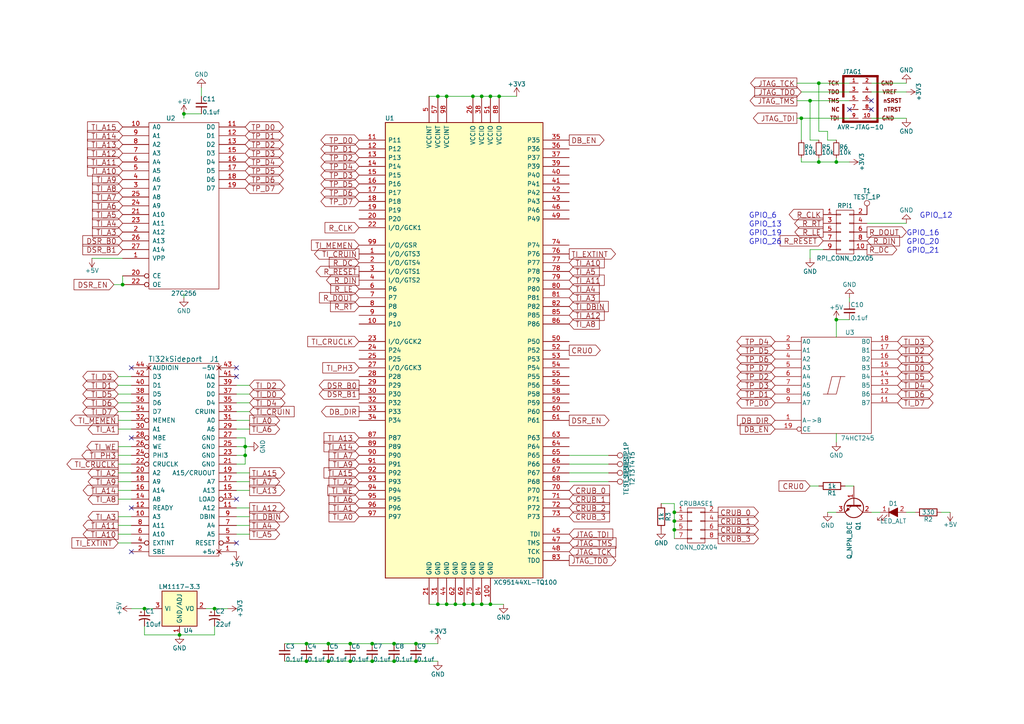
<source format=kicad_sch>
(kicad_sch (version 20231120) (generator "eeschema") (generator_version "8.0")
  (paper "A4")
  (title_block (title "TIPI - TI-99/4A to RPi internal adapter") (date "2024-04-11") (rev "1") (company "Alessio Iodice") (comment 1 "original ElectricLab & Jedimatt42") (comment 2 "layout Alessio Iodice"))
  (lib_symbols
    (symbol "ti32ksideport:TI32kSideport" (pin_names (offset 1.016))
      (property "Reference" "U" (at 8.89 29.21 0))
      (property "Value" "TI32kSideport" (at -2.54 29.21 0))
      (symbol "TI32kSideport_1_1"
        (pin power_out non_logic (at 15.24 -26.67 180) (length 5.08) (name "+5v") (number "1"))
        (pin output line (at -15.24 -16.51 0) (length 5.08) (name "A3") (number "10"))
        (pin output line (at 15.24 -13.97 180) (length 5.08) (name "A12") (number "11"))
        (pin input line (at -15.24 -13.97 0) (length 5.08) (name "READY") (number "12"))
        (pin input inverted (at 15.24 -11.43 180) (length 5.08) (name "LOAD") (number "13"))
        (pin output line (at -15.24 -11.43 0) (length 5.08) (name "A8") (number "14"))
        (pin output line (at 15.24 -8.89 180) (length 5.08) (name "A13") (number "15"))
        (pin output line (at -15.24 -8.89 0) (length 5.08) (name "A14") (number "16"))
        (pin output line (at 15.24 -6.35 180) (length 5.08) (name "A7") (number "17"))
        (pin output line (at -15.24 -6.35 0) (length 5.08) (name "A9") (number "18"))
        (pin output line (at 15.24 -3.81 180) (length 5.08) (name "A15/CRUOUT") (number "19"))
        (pin output line (at -15.24 -26.67 0) (length 5.08) (name "SBE") (number "2"))
        (pin output line (at -15.24 -3.81 0) (length 5.08) (name "A2") (number "20"))
        (pin passive line (at 15.24 -1.27 180) (length 5.08) (name "GND") (number "21"))
        (pin output inverted (at -15.24 -1.27 0) (length 5.08) (name "CRUCLK") (number "22"))
        (pin passive line (at 15.24 1.27 180) (length 5.08) (name "GND") (number "23"))
        (pin output inverted (at -15.24 1.27 0) (length 5.08) (name "PHI3") (number "24"))
        (pin passive line (at 15.24 3.81 180) (length 5.08) (name "GND") (number "25"))
        (pin output inverted (at -15.24 3.81 0) (length 5.08) (name "WE") (number "26"))
        (pin passive line (at 15.24 6.35 180) (length 5.08) (name "GND") (number "27"))
        (pin output inverted (at -15.24 6.35 0) (length 5.08) (name "MBE") (number "28"))
        (pin output line (at 15.24 8.89 180) (length 5.08) (name "A6") (number "29"))
        (pin output inverted (at 15.24 -24.13 180) (length 5.08) (name "RESET") (number "3"))
        (pin output line (at -15.24 8.89 0) (length 5.08) (name "A1") (number "30"))
        (pin output line (at 15.24 11.43 180) (length 5.08) (name "A0") (number "31"))
        (pin output inverted (at -15.24 11.43 0) (length 5.08) (name "MEMEN") (number "32"))
        (pin input line (at 15.24 13.97 180) (length 5.08) (name "CRUIN") (number "33"))
        (pin bidirectional line (at -15.24 13.97 0) (length 5.08) (name "D7") (number "34"))
        (pin bidirectional line (at 15.24 16.51 180) (length 5.08) (name "D4") (number "35"))
        (pin bidirectional line (at -15.24 16.51 0) (length 5.08) (name "D6") (number "36"))
        (pin bidirectional line (at 15.24 19.05 180) (length 5.08) (name "D0") (number "37"))
        (pin bidirectional line (at -15.24 19.05 0) (length 5.08) (name "D5") (number "38"))
        (pin bidirectional line (at 15.24 21.59 180) (length 5.08) (name "D2") (number "39"))
        (pin input inverted (at -15.24 -24.13 0) (length 5.08) (name "EXTINT") (number "4"))
        (pin bidirectional line (at -15.24 21.59 0) (length 5.08) (name "D1") (number "40"))
        (pin output line (at 15.24 24.13 180) (length 5.08) (name "IAQ") (number "41"))
        (pin bidirectional line (at -15.24 24.13 0) (length 5.08) (name "D3") (number "42"))
        (pin power_out non_logic (at 15.24 26.67 180) (length 5.08) (name "-5V") (number "43"))
        (pin input non_logic (at -15.24 26.67 0) (length 5.08) (name "AUDIOIN") (number "44"))
        (pin output line (at 15.24 -21.59 180) (length 5.08) (name "A5") (number "5"))
        (pin output line (at -15.24 -21.59 0) (length 5.08) (name "A10") (number "6"))
        (pin output line (at 15.24 -19.05 180) (length 5.08) (name "A4") (number "7"))
        (pin output line (at -15.24 -19.05 0) (length 5.08) (name "A11") (number "8"))
        (pin output line (at 15.24 -16.51 180) (length 5.08) (name "DBIN") (number "9"))
      )
    )
    (symbol "tipi-rescue:+3.3V-power" (power) (pin_names (offset 0))
      (property "Value" "power_+3.3V" (at 0 3.556 0))
      (symbol "+3.3V-power_1_1"
        (pin power_in line (at 0 0 90) (length 0) hide (name "+3V3") (number "1"))
      )
    )
    (symbol "tipi-rescue:+5V-power" (power) (pin_names (offset 0))
      (property "Value" "power_+5V" (at 0 3.556 0))
      (symbol "+5V-power_1_1"
        (pin power_in line (at 0 0 90) (length 0) hide (name "+5V") (number "1"))
      )
    )
    (symbol "tipi-rescue:27C256" (pin_names (offset 1.016))
      (property "Reference" "U" (at -3.81 25.4 0))
      (property "Value" "27C256" (at 0 -25.4 0))
      (symbol "27C256_0_0"
        (pin power_in line (at 0 -25.4 90) (length 1.27) hide (name "GND") (number "14"))
        (pin power_in line (at 0 25.4 270) (length 1.27) hide (name "VCC") (number "28"))
      )
      (symbol "27C256_1_1"
        (pin input line (at -17.78 -15.24 0) (length 7.62) (name "VPP") (number "1"))
        (pin input line (at -17.78 22.86 0) (length 7.62) (name "A0") (number "10"))
        (pin tri_state line (at 17.78 22.86 180) (length 7.62) (name "D0") (number "11"))
        (pin tri_state line (at 17.78 20.32 180) (length 7.62) (name "D1") (number "12"))
        (pin tri_state line (at 17.78 17.78 180) (length 7.62) (name "D2") (number "13"))
        (pin tri_state line (at 17.78 15.24 180) (length 7.62) (name "D3") (number "15"))
        (pin tri_state line (at 17.78 12.7 180) (length 7.62) (name "D4") (number "16"))
        (pin tri_state line (at 17.78 10.16 180) (length 7.62) (name "D5") (number "17"))
        (pin tri_state line (at 17.78 7.62 180) (length 7.62) (name "D6") (number "18"))
        (pin tri_state line (at 17.78 5.08 180) (length 7.62) (name "D7") (number "19"))
        (pin input line (at -17.78 -7.62 0) (length 7.62) (name "A12") (number "2"))
        (pin input inverted (at -17.78 -20.32 0) (length 7.62) (name "CE") (number "20"))
        (pin input line (at -17.78 -2.54 0) (length 7.62) (name "A10") (number "21"))
        (pin input inverted (at -17.78 -22.86 0) (length 7.62) (name "OE") (number "22"))
        (pin input line (at -17.78 -5.08 0) (length 7.62) (name "A11") (number "23"))
        (pin input line (at -17.78 0 0) (length 7.62) (name "A9") (number "24"))
        (pin input line (at -17.78 2.54 0) (length 7.62) (name "A8") (number "25"))
        (pin input line (at -17.78 -10.16 0) (length 7.62) (name "A13") (number "26"))
        (pin input line (at -17.78 -12.7 0) (length 7.62) (name "A14") (number "27"))
        (pin input line (at -17.78 5.08 0) (length 7.62) (name "A7") (number "3"))
        (pin input line (at -17.78 7.62 0) (length 7.62) (name "A6") (number "4"))
        (pin input line (at -17.78 10.16 0) (length 7.62) (name "A5") (number "5"))
        (pin input line (at -17.78 12.7 0) (length 7.62) (name "A4") (number "6"))
        (pin input line (at -17.78 15.24 0) (length 7.62) (name "A3") (number "7"))
        (pin input line (at -17.78 17.78 0) (length 7.62) (name "A2") (number "8"))
        (pin input line (at -17.78 20.32 0) (length 7.62) (name "A1") (number "9"))
      )
    )
    (symbol "tipi-rescue:74LS245" (pin_names (offset 0.254))
      (property "Reference" "U" (at 2.54 14.605 0))
      (property "Value" "74LS245" (at 1.27 -14.605 0))
      (symbol "74LS245_0_0"
        (pin power_in line (at 0 -13.97 90) (length 0) hide (name "GND") (number "10"))
        (pin power_in line (at 0 13.97 270) (length 0) hide (name "VCC") (number "20"))
      )
      (symbol "74LS245_1_1"
        (pin input line (at -17.78 -10.16 0) (length 7.62) (name "A->B") (number "1"))
        (pin tri_state line (at 17.78 -5.08 180) (length 7.62) (name "B7") (number "11"))
        (pin tri_state line (at 17.78 -2.54 180) (length 7.62) (name "B6") (number "12"))
        (pin tri_state line (at 17.78 0 180) (length 7.62) (name "B5") (number "13"))
        (pin tri_state line (at 17.78 2.54 180) (length 7.62) (name "B4") (number "14"))
        (pin tri_state line (at 17.78 5.08 180) (length 7.62) (name "B3") (number "15"))
        (pin tri_state line (at 17.78 7.62 180) (length 7.62) (name "B2") (number "16"))
        (pin tri_state line (at 17.78 10.16 180) (length 7.62) (name "B1") (number "17"))
        (pin tri_state line (at 17.78 12.7 180) (length 7.62) (name "B0") (number "18"))
        (pin input inverted (at -17.78 -12.7 0) (length 7.62) (name "CE") (number "19"))
        (pin tri_state line (at -17.78 12.7 0) (length 7.62) (name "A0") (number "2"))
        (pin tri_state line (at -17.78 10.16 0) (length 7.62) (name "A1") (number "3"))
        (pin tri_state line (at -17.78 7.62 0) (length 7.62) (name "A2") (number "4"))
        (pin tri_state line (at -17.78 5.08 0) (length 7.62) (name "A3") (number "5"))
        (pin tri_state line (at -17.78 2.54 0) (length 7.62) (name "A4") (number "6"))
        (pin tri_state line (at -17.78 0 0) (length 7.62) (name "A5") (number "7"))
        (pin tri_state line (at -17.78 -2.54 0) (length 7.62) (name "A6") (number "8"))
        (pin tri_state line (at -17.78 -5.08 0) (length 7.62) (name "A7") (number "9"))
      )
    )
    (symbol "tipi-rescue:AVR-JTAG-10" (pin_names (offset 1.016))
      (property "Reference" "CON" (at -4.318 8.382 0))
      (property "Value" "AVR-JTAG-10" (at -8.636 -8.382 0))
      (symbol "AVR-JTAG-10_0_0"
        (text "GND" (at 5.842 5.08 0) (effects (font (size 1.143 1.143) (bold yes))))
        (text "NC" (at -9.144 -2.54 0) (effects (font (size 1.143 1.143) (bold yes))))
      )
      (symbol "AVR-JTAG-10_1_0"
        (text "GND" (at 6.096 -5.08 0) (effects (font (size 1.143 1.143) (bold yes))))
        (text "nSRST" (at 7.366 0 0) (effects (font (size 1.143 1.143) (bold yes))))
        (text "nTRST" (at 7.366 -2.54 0) (effects (font (size 1.143 1.143) (bold yes))))
        (text "TCK" (at -9.652 5.08 0) (effects (font (size 1.143 1.143) (bold yes))))
        (text "TDI" (at -9.398 -5.08 0) (effects (font (size 1.143 1.143) (bold yes))))
        (text "TDO" (at -9.652 2.54 0) (effects (font (size 1.143 1.143) (bold yes))))
        (text "TMS" (at -9.652 0 0) (effects (font (size 1.143 1.143) (bold yes))))
        (text "VREF" (at 6.604 2.54 0) (effects (font (size 1.143 1.143) (bold yes))))
      )
      (symbol "AVR-JTAG-10_1_1"
        (pin passive line (at -5.08 5.08 0) (length 2.54) (name "~") (number "1"))
        (pin passive line (at 1.27 -5.08 180) (length 2.54) (name "~") (number "10"))
        (pin passive line (at 1.27 5.08 180) (length 2.54) (name "~") (number "2"))
        (pin passive line (at -5.08 2.54 0) (length 2.54) (name "~") (number "3"))
        (pin passive line (at 1.27 2.54 180) (length 2.54) (name "~") (number "4"))
        (pin passive line (at -5.08 0 0) (length 2.54) (name "~") (number "5"))
        (pin passive line (at 1.27 0 180) (length 2.54) (name "~") (number "6"))
        (pin passive line (at -5.08 -2.54 0) (length 2.54) (name "~") (number "7"))
        (pin passive line (at 1.27 -2.54 180) (length 2.54) (name "~") (number "8"))
        (pin passive line (at -5.08 -5.08 0) (length 2.54) (name "~") (number "9"))
      )
    )
    (symbol "tipi-rescue:CONN_02X04" (pin_names (offset 0.0254) hide)
      (property "Reference" "J" (at 0 6.35 0))
      (property "Value" "CONN_02X04" (at 0 -6.35 0))
      (symbol "CONN_02X04_1_1"
        (pin passive line (at -6.35 3.81 0) (length 3.81) (name "P1") (number "1"))
        (pin passive line (at 6.35 3.81 180) (length 3.81) (name "P2") (number "2"))
        (pin passive line (at -6.35 1.27 0) (length 3.81) (name "P3") (number "3"))
        (pin passive line (at 6.35 1.27 180) (length 3.81) (name "P4") (number "4"))
        (pin passive line (at -6.35 -1.27 0) (length 3.81) (name "P5") (number "5"))
        (pin passive line (at 6.35 -1.27 180) (length 3.81) (name "P6") (number "6"))
        (pin passive line (at -6.35 -3.81 0) (length 3.81) (name "P7") (number "7"))
        (pin passive line (at 6.35 -3.81 180) (length 3.81) (name "P8") (number "8"))
      )
    )
    (symbol "tipi-rescue:CONN_02X05" (pin_names (offset 0.0254) hide)
      (property "Reference" "J" (at 0 7.62 0))
      (property "Value" "CONN_02X05" (at 0 -7.62 0))
      (symbol "CONN_02X05_1_1"
        (pin passive line (at -6.35 5.08 0) (length 3.81) (name "P1") (number "1"))
        (pin passive line (at 6.35 -5.08 180) (length 3.81) (name "P10") (number "10"))
        (pin passive line (at 6.35 5.08 180) (length 3.81) (name "P2") (number "2"))
        (pin passive line (at -6.35 2.54 0) (length 3.81) (name "P3") (number "3"))
        (pin passive line (at 6.35 2.54 180) (length 3.81) (name "P4") (number "4"))
        (pin passive line (at -6.35 0 0) (length 3.81) (name "P5") (number "5"))
        (pin passive line (at 6.35 0 180) (length 3.81) (name "P6") (number "6"))
        (pin passive line (at -6.35 -2.54 0) (length 3.81) (name "P7") (number "7"))
        (pin passive line (at 6.35 -2.54 180) (length 3.81) (name "P8") (number "8"))
        (pin passive line (at -6.35 -5.08 0) (length 3.81) (name "P9") (number "9"))
      )
    )
    (symbol "tipi-rescue:CP1_Small" (pin_numbers hide) (pin_names (offset 0.254) hide)
      (property "Reference" "C" (at 0.254 1.778 0))
      (property "Value" "CP1_Small" (at 0.254 -2.032 0))
      (symbol "CP1_Small_1_1"
        (pin passive line (at 0 2.54 270) (length 2.032) (name "~") (number "1"))
        (pin passive line (at 0 -2.54 90) (length 2.032) (name "~") (number "2"))
      )
    )
    (symbol "tipi-rescue:C_Small" (pin_numbers hide) (pin_names (offset 0.254) hide)
      (property "Reference" "C" (at 0.254 1.778 0))
      (property "Value" "C_Small" (at 0.254 -2.032 0))
      (symbol "C_Small_1_1"
        (pin passive line (at 0 2.54 270) (length 2.032) (name "~") (number "1"))
        (pin passive line (at 0 -2.54 90) (length 2.032) (name "~") (number "2"))
      )
    )
    (symbol "tipi-rescue:GND-power" (power) (pin_names (offset 0))
      (property "Value" "power_GND" (at 0 -3.81 0))
      (symbol "GND-power_1_1"
        (pin power_in line (at 0 0 270) (length 0) hide (name "GND") (number "1"))
      )
    )
    (symbol "tipi-rescue:LED_ALT" (pin_names (offset 1.016) hide)
      (property "Reference" "D" (at 0 2.54 0))
      (property "Value" "LED_ALT" (at 0 -2.54 0))
      (symbol "LED_ALT_1_1"
        (pin passive line (at -3.81 0 0) (length 2.54) (name "K") (number "1"))
        (pin passive line (at 3.81 0 180) (length 2.54) (name "A") (number "2"))
      )
    )
    (symbol "tipi-rescue:LM1117-3.3-RESCUE-tipi" (pin_names (offset 0.762))
      (property "Reference" "U" (at 2.54 -6.35 0))
      (property "Value" "LM1117-3.3-RESCUE-tipi" (at 0 6.35 0))
      (symbol "LM1117-3.3-RESCUE-tipi_1_1"
        (pin power_in line (at 0 -7.62 90) (length 2.54) (name "GND/ADJ") (number "1"))
        (pin power_out line (at 7.62 0 180) (length 2.54) (name "VO") (number "2"))
        (pin power_in line (at -7.62 0 0) (length 2.54) (name "VI") (number "3"))
        (pin power_out line (at 7.62 0 180) (length 2.54) hide (name "VO") (number "4"))
      )
    )
    (symbol "tipi-rescue:Q_NPN_BCE" (pin_names (offset 0) hide)
      (property "Reference" "Q" (at 5.08 1.27 0))
      (property "Value" "Q_NPN_BCE" (at 5.08 -1.27 0))
      (symbol "Q_NPN_BCE_1_1"
        (pin input line (at -5.08 0 0) (length 5.715) (name "B") (number "1"))
        (pin passive line (at 2.54 5.08 270) (length 2.54) (name "C") (number "2"))
        (pin passive line (at 2.54 -5.08 90) (length 2.54) (name "E") (number "3"))
      )
    )
    (symbol "tipi-rescue:R" (pin_numbers hide) (pin_names (offset 0))
      (property "Reference" "R" (at 2.032 0 90))
      (property "Value" "R" (at 0 0 90))
      (symbol "R_1_1"
        (pin passive line (at 0 3.81 270) (length 1.27) (name "~") (number "1"))
        (pin passive line (at 0 -3.81 90) (length 1.27) (name "~") (number "2"))
      )
    )
    (symbol "tipi-rescue:R_Small" (pin_numbers hide) (pin_names (offset 0.254) hide)
      (property "Reference" "R" (at 0.762 0.508 0))
      (property "Value" "R_Small" (at 0.762 -1.016 0))
      (symbol "R_Small_1_1"
        (pin passive line (at 0 2.54 270) (length 0.762) (name "~") (number "1"))
        (pin passive line (at 0 -2.54 90) (length 0.762) (name "~") (number "2"))
      )
    )
    (symbol "tipi-rescue:TEST_1P" (pin_numbers hide) (pin_names (offset 0.762) hide)
      (property "Reference" "J" (at 0 6.858 0))
      (property "Value" "TEST_1P" (at 0 5.08 0))
      (symbol "TEST_1P_1_1"
        (pin passive line (at 0 0 90) (length 2.54) (name "1") (number "1"))
      )
    )
    (symbol "tipi-rescue:XC95144XL-TQ100" (pin_names (offset 0.762))
      (property "Reference" "U" (at -21.59 67.31 0))
      (property "Value" "XC95144XL-TQ100" (at 17.78 -67.31 0))
      (symbol "XC95144XL-TQ100_1_1"
        (pin bidirectional line (at -30.48 27.94 0) (length 7.62) (name "I/O/GTS3") (number "1"))
        (pin bidirectional line (at -30.48 7.62 0) (length 7.62) (name "P10") (number "10"))
        (pin power_in line (at 7.62 -73.66 90) (length 7.62) (name "GND") (number "100"))
        (pin bidirectional line (at -30.48 60.96 0) (length 7.62) (name "P11") (number "11"))
        (pin bidirectional line (at -30.48 58.42 0) (length 7.62) (name "P12") (number "12"))
        (pin bidirectional line (at -30.48 55.88 0) (length 7.62) (name "P13") (number "13"))
        (pin bidirectional line (at -30.48 53.34 0) (length 7.62) (name "P14") (number "14"))
        (pin bidirectional line (at -30.48 50.8 0) (length 7.62) (name "P15") (number "15"))
        (pin bidirectional line (at -30.48 48.26 0) (length 7.62) (name "P16") (number "16"))
        (pin bidirectional line (at -30.48 45.72 0) (length 7.62) (name "P17") (number "17"))
        (pin bidirectional line (at -30.48 43.18 0) (length 7.62) (name "P18") (number "18"))
        (pin bidirectional line (at -30.48 40.64 0) (length 7.62) (name "P19") (number "19"))
        (pin bidirectional line (at -30.48 25.4 0) (length 7.62) (name "I/O/GTS4") (number "2"))
        (pin bidirectional line (at -30.48 38.1 0) (length 7.62) (name "P20") (number "20"))
        (pin power_in line (at -10.16 -73.66 90) (length 7.62) (name "GND") (number "21"))
        (pin bidirectional line (at -30.48 35.56 0) (length 7.62) (name "I/O/GCK1") (number "22"))
        (pin bidirectional line (at -30.48 2.54 0) (length 7.62) (name "I/O/GCK2") (number "23"))
        (pin bidirectional line (at -30.48 0 0) (length 7.62) (name "P24") (number "24"))
        (pin bidirectional line (at -30.48 -2.54 0) (length 7.62) (name "P25") (number "25"))
        (pin power_in line (at 2.54 73.66 270) (length 7.62) (name "VCCIO") (number "26"))
        (pin bidirectional line (at -30.48 -5.08 0) (length 7.62) (name "I/O/GCK3") (number "27"))
        (pin bidirectional line (at -30.48 -7.62 0) (length 7.62) (name "P28") (number "28"))
        (pin bidirectional line (at -30.48 -10.16 0) (length 7.62) (name "P29") (number "29"))
        (pin bidirectional line (at -30.48 22.86 0) (length 7.62) (name "I/O/GTS1") (number "3"))
        (pin bidirectional line (at -30.48 -12.7 0) (length 7.62) (name "P30") (number "30"))
        (pin power_in line (at -7.62 -73.66 90) (length 7.62) (name "GND") (number "31"))
        (pin bidirectional line (at -30.48 -15.24 0) (length 7.62) (name "P32") (number "32"))
        (pin bidirectional line (at -30.48 -17.78 0) (length 7.62) (name "P33") (number "33"))
        (pin bidirectional line (at -30.48 -20.32 0) (length 7.62) (name "P34") (number "34"))
        (pin bidirectional line (at 30.48 60.96 180) (length 7.62) (name "P35") (number "35"))
        (pin bidirectional line (at 30.48 58.42 180) (length 7.62) (name "P36") (number "36"))
        (pin bidirectional line (at 30.48 55.88 180) (length 7.62) (name "P37") (number "37"))
        (pin power_in line (at 5.08 73.66 270) (length 7.62) (name "VCCIO") (number "38"))
        (pin bidirectional line (at 30.48 53.34 180) (length 7.62) (name "P39") (number "39"))
        (pin bidirectional line (at -30.48 20.32 0) (length 7.62) (name "I/O/GTS2") (number "4"))
        (pin bidirectional line (at 30.48 50.8 180) (length 7.62) (name "P40") (number "40"))
        (pin bidirectional line (at 30.48 48.26 180) (length 7.62) (name "P41") (number "41"))
        (pin bidirectional line (at 30.48 45.72 180) (length 7.62) (name "P42") (number "42"))
        (pin bidirectional line (at 30.48 43.18 180) (length 7.62) (name "P43") (number "43"))
        (pin power_in line (at -5.08 -73.66 90) (length 7.62) (name "GND") (number "44"))
        (pin input line (at 30.48 -53.34 180) (length 7.62) (name "TDI") (number "45"))
        (pin bidirectional line (at 30.48 40.64 180) (length 7.62) (name "P46") (number "46"))
        (pin input line (at 30.48 -55.88 180) (length 7.62) (name "TMS") (number "47"))
        (pin input line (at 30.48 -58.42 180) (length 7.62) (name "TCK") (number "48"))
        (pin bidirectional line (at 30.48 38.1 180) (length 7.62) (name "P49") (number "49"))
        (pin power_in line (at -10.16 73.66 270) (length 7.62) (name "VCCINT") (number "5"))
        (pin bidirectional line (at 30.48 2.54 180) (length 7.62) (name "P50") (number "50"))
        (pin power_in line (at 7.62 73.66 270) (length 7.62) (name "VCCIO") (number "51"))
        (pin bidirectional line (at 30.48 0 180) (length 7.62) (name "P52") (number "52"))
        (pin bidirectional line (at 30.48 -2.54 180) (length 7.62) (name "P53") (number "53"))
        (pin bidirectional line (at 30.48 -5.08 180) (length 7.62) (name "P54") (number "54"))
        (pin bidirectional line (at 30.48 -7.62 180) (length 7.62) (name "P55") (number "55"))
        (pin bidirectional line (at 30.48 -10.16 180) (length 7.62) (name "P56") (number "56"))
        (pin power_in line (at -7.62 73.66 270) (length 7.62) (name "VCCINT") (number "57"))
        (pin bidirectional line (at 30.48 -12.7 180) (length 7.62) (name "P58") (number "58"))
        (pin bidirectional line (at 30.48 -15.24 180) (length 7.62) (name "P59") (number "59"))
        (pin bidirectional line (at -30.48 17.78 0) (length 7.62) (name "P6") (number "6"))
        (pin bidirectional line (at 30.48 -17.78 180) (length 7.62) (name "P60") (number "60"))
        (pin bidirectional line (at 30.48 -20.32 180) (length 7.62) (name "P61") (number "61"))
        (pin power_in line (at -2.54 -73.66 90) (length 7.62) (name "GND") (number "62"))
        (pin bidirectional line (at 30.48 -25.4 180) (length 7.62) (name "P63") (number "63"))
        (pin bidirectional line (at 30.48 -27.94 180) (length 7.62) (name "P64") (number "64"))
        (pin bidirectional line (at 30.48 -30.48 180) (length 7.62) (name "P65") (number "65"))
        (pin bidirectional line (at 30.48 -33.02 180) (length 7.62) (name "P66") (number "66"))
        (pin bidirectional line (at 30.48 -35.56 180) (length 7.62) (name "P67") (number "67"))
        (pin bidirectional line (at 30.48 -38.1 180) (length 7.62) (name "P68") (number "68"))
        (pin power_in line (at 0 -73.66 90) (length 7.62) (name "GND") (number "69"))
        (pin bidirectional line (at -30.48 15.24 0) (length 7.62) (name "P7") (number "7"))
        (pin bidirectional line (at 30.48 -40.64 180) (length 7.62) (name "P70") (number "70"))
        (pin bidirectional line (at 30.48 -43.18 180) (length 7.62) (name "P71") (number "71"))
        (pin bidirectional line (at 30.48 -45.72 180) (length 7.62) (name "P72") (number "72"))
        (pin bidirectional line (at 30.48 -48.26 180) (length 7.62) (name "P73") (number "73"))
        (pin bidirectional line (at 30.48 30.48 180) (length 7.62) (name "P74") (number "74"))
        (pin power_in line (at 2.54 -73.66 90) (length 7.62) (name "GND") (number "75"))
        (pin bidirectional line (at 30.48 27.94 180) (length 7.62) (name "P76") (number "76"))
        (pin bidirectional line (at 30.48 25.4 180) (length 7.62) (name "P77") (number "77"))
        (pin bidirectional line (at 30.48 22.86 180) (length 7.62) (name "P78") (number "78"))
        (pin bidirectional line (at 30.48 20.32 180) (length 7.62) (name "P79") (number "79"))
        (pin bidirectional line (at -30.48 12.7 0) (length 7.62) (name "P8") (number "8"))
        (pin bidirectional line (at 30.48 17.78 180) (length 7.62) (name "P80") (number "80"))
        (pin bidirectional line (at 30.48 15.24 180) (length 7.62) (name "P81") (number "81"))
        (pin bidirectional line (at 30.48 12.7 180) (length 7.62) (name "P82") (number "82"))
        (pin output line (at 30.48 -60.96 180) (length 7.62) (name "TDO") (number "83"))
        (pin power_in line (at 5.08 -73.66 90) (length 7.62) (name "GND") (number "84"))
        (pin bidirectional line (at 30.48 10.16 180) (length 7.62) (name "P85") (number "85"))
        (pin bidirectional line (at 30.48 7.62 180) (length 7.62) (name "P86") (number "86"))
        (pin bidirectional line (at -30.48 -25.4 0) (length 7.62) (name "P87") (number "87"))
        (pin power_in line (at 10.16 73.66 270) (length 7.62) (name "VCCIO") (number "88"))
        (pin bidirectional line (at -30.48 -27.94 0) (length 7.62) (name "P89") (number "89"))
        (pin bidirectional line (at -30.48 10.16 0) (length 7.62) (name "P9") (number "9"))
        (pin bidirectional line (at -30.48 -30.48 0) (length 7.62) (name "P90") (number "90"))
        (pin bidirectional line (at -30.48 -33.02 0) (length 7.62) (name "P91") (number "91"))
        (pin bidirectional line (at -30.48 -35.56 0) (length 7.62) (name "P92") (number "92"))
        (pin bidirectional line (at -30.48 -38.1 0) (length 7.62) (name "P93") (number "93"))
        (pin bidirectional line (at -30.48 -40.64 0) (length 7.62) (name "P94") (number "94"))
        (pin bidirectional line (at -30.48 -43.18 0) (length 7.62) (name "P95") (number "95"))
        (pin bidirectional line (at -30.48 -45.72 0) (length 7.62) (name "P96") (number "96"))
        (pin bidirectional line (at -30.48 -48.26 0) (length 7.62) (name "P97") (number "97"))
        (pin power_in line (at -5.08 73.66 270) (length 7.62) (name "VCCINT") (number "98"))
        (pin bidirectional line (at -30.48 30.48 0) (length 7.62) (name "I/O/GSR") (number "99"))
      )
    )
  )
  (junction (at 142.24 175.26))
  (junction (at 95.25 191.77))
  (junction (at 139.7 175.26))
  (junction (at 134.62 175.26))
  (junction (at 107.95 191.77))
  (junction (at 129.54 27.94))
  (junction (at 195.58 151.13))
  (junction (at 120.65 191.77))
  (junction (at 101.6 186.69))
  (junction (at 62.23 176.53))
  (junction (at 71.12 132.08))
  (junction (at 132.08 175.26))
  (junction (at 95.25 186.69))
  (junction (at 114.3 186.69))
  (junction (at 41.91 176.53))
  (junction (at 107.95 186.69))
  (junction (at 129.54 175.26))
  (junction (at 237.49 46.99))
  (junction (at 127 27.94))
  (junction (at 88.9 186.69))
  (junction (at 35.56 82.55))
  (junction (at 139.7 27.94))
  (junction (at 101.6 191.77))
  (junction (at 137.16 175.26))
  (junction (at 234.95 29.21))
  (junction (at 232.41 34.29))
  (junction (at 120.65 186.69))
  (junction (at 144.78 27.94))
  (junction (at 71.12 129.54))
  (junction (at 114.3 191.77))
  (junction (at 127 175.26))
  (junction (at 195.58 153.67))
  (junction (at 88.9 191.77))
  (junction (at 237.49 24.13))
  (junction (at 53.34 33.02))
  (junction (at 242.57 92.71))
  (junction (at 52.07 184.15))
  (junction (at 242.57 46.99))
  (junction (at 195.58 148.59))
  (junction (at 142.24 27.94))
  (junction (at 137.16 27.94))
  (no_connect (at 38.1 147.32))
  (no_connect (at 68.58 106.68))
  (no_connect (at 38.1 160.02))
  (no_connect (at 68.58 157.48))
  (no_connect (at 38.1 127))
  (no_connect (at 38.1 106.68))
  (no_connect (at 246.38 31.75))
  (no_connect (at 252.73 29.21))
  (no_connect (at 252.73 31.75))
  (no_connect (at 68.58 144.78))
  (no_connect (at 68.58 109.22))
  (wire (pts (xy 246.38 87.63) (xy 246.38 86.36)))
  (wire (pts (xy 242.57 46.99) (xy 246.38 46.99)))
  (wire (pts (xy 251.46 64.77) (xy 262.89 64.77)))
  (wire (pts (xy 127 27.94) (xy 129.54 27.94)))
  (wire (pts (xy 88.9 191.77) (xy 95.25 191.77)))
  (wire (pts (xy 38.1 149.86) (xy 34.29 149.86)))
  (wire (pts (xy 127 175.26) (xy 129.54 175.26)))
  (wire (pts (xy 38.1 154.94) (xy 34.29 154.94)))
  (wire (pts (xy 142.24 27.94) (xy 144.78 27.94)))
  (wire (pts (xy 88.9 186.69) (xy 95.25 186.69)))
  (wire (pts (xy 262.89 148.59) (xy 265.43 148.59)))
  (wire (pts (xy 34.29 111.76) (xy 38.1 111.76)))
  (wire (pts (xy 234.95 140.97) (xy 237.49 140.97)))
  (wire (pts (xy 41.91 176.53) (xy 44.45 176.53)))
  (wire (pts (xy 139.7 175.26) (xy 142.24 175.26)))
  (wire (pts (xy 71.12 132.08) (xy 71.12 134.62)))
  (wire (pts (xy 68.58 132.08) (xy 71.12 132.08)))
  (wire (pts (xy 165.1 132.08) (xy 176.53 132.08)))
  (wire (pts (xy 142.24 175.26) (xy 146.05 175.26)))
  (wire (pts (xy 137.16 27.94) (xy 139.7 27.94)))
  (wire (pts (xy 58.42 27.94) (xy 58.42 25.4)))
  (wire (pts (xy 71.12 129.54) (xy 71.12 132.08)))
  (wire (pts (xy 237.49 38.1) (xy 237.49 24.13)))
  (wire (pts (xy 242.57 46.99) (xy 242.57 45.72)))
  (wire (pts (xy 195.58 148.59) (xy 195.58 151.13)))
  (wire (pts (xy 107.95 186.69) (xy 114.3 186.69)))
  (wire (pts (xy 124.46 175.26) (xy 127 175.26)))
  (wire (pts (xy 252.73 26.67) (xy 262.89 26.67)))
  (wire (pts (xy 252.73 24.13) (xy 262.89 24.13)))
  (wire (pts (xy 252.73 148.59) (xy 255.27 148.59)))
  (wire (pts (xy 35.56 80.01) (xy 35.56 82.55)))
  (wire (pts (xy 53.34 86.36) (xy 53.34 85.09)))
  (wire (pts (xy 132.08 175.26) (xy 134.62 175.26)))
  (wire (pts (xy 68.58 114.3) (xy 72.39 114.3)))
  (wire (pts (xy 71.12 134.62) (xy 68.58 134.62)))
  (wire (pts (xy 234.95 29.21) (xy 246.38 29.21)))
  (wire (pts (xy 129.54 175.26) (xy 132.08 175.26)))
  (wire (pts (xy 231.14 24.13) (xy 237.49 24.13)))
  (wire (pts (xy 68.58 152.4) (xy 72.39 152.4)))
  (wire (pts (xy 232.41 46.99) (xy 232.41 45.72)))
  (wire (pts (xy 231.14 29.21) (xy 234.95 29.21)))
  (wire (pts (xy 124.46 27.94) (xy 127 27.94)))
  (wire (pts (xy 101.6 186.69) (xy 107.95 186.69)))
  (wire (pts (xy 129.54 27.94) (xy 137.16 27.94)))
  (wire (pts (xy 240.03 40.64) (xy 240.03 38.1)))
  (wire (pts (xy 68.58 154.94) (xy 72.39 154.94)))
  (wire (pts (xy 95.25 191.77) (xy 101.6 191.77)))
  (wire (pts (xy 240.03 38.1) (xy 237.49 38.1)))
  (wire (pts (xy 114.3 186.69) (xy 120.65 186.69)))
  (wire (pts (xy 41.91 184.15) (xy 41.91 181.61)))
  (wire (pts (xy 62.23 184.15) (xy 62.23 181.61)))
  (wire (pts (xy 237.49 46.99) (xy 242.57 46.99)))
  (wire (pts (xy 232.41 26.67) (xy 246.38 26.67)))
  (wire (pts (xy 107.95 191.77) (xy 114.3 191.77)))
  (wire (pts (xy 82.55 186.69) (xy 88.9 186.69)))
  (wire (pts (xy 195.58 146.05) (xy 191.77 146.05)))
  (wire (pts (xy 231.14 34.29) (xy 232.41 34.29)))
  (wire (pts (xy 82.55 191.77) (xy 88.9 191.77)))
  (wire (pts (xy 41.91 184.15) (xy 52.07 184.15)))
  (wire (pts (xy 242.57 40.64) (xy 240.03 40.64)))
  (wire (pts (xy 232.41 40.64) (xy 232.41 34.29)))
  (wire (pts (xy 242.57 128.27) (xy 242.57 125.73)))
  (wire (pts (xy 68.58 111.76) (xy 72.39 111.76)))
  (wire (pts (xy 232.41 34.29) (xy 246.38 34.29)))
  (wire (pts (xy 26.67 74.93) (xy 35.56 74.93)))
  (wire (pts (xy 114.3 191.77) (xy 120.65 191.77)))
  (wire (pts (xy 237.49 40.64) (xy 234.95 40.64)))
  (wire (pts (xy 195.58 146.05) (xy 195.58 148.59)))
  (wire (pts (xy 71.12 127) (xy 71.12 129.54)))
  (wire (pts (xy 134.62 175.26) (xy 137.16 175.26)))
  (wire (pts (xy 38.1 121.92) (xy 34.29 121.92)))
  (wire (pts (xy 137.16 175.26) (xy 139.7 175.26)))
  (wire (pts (xy 68.58 147.32) (xy 72.39 147.32)))
  (wire (pts (xy 68.58 137.16) (xy 72.39 137.16)))
  (wire (pts (xy 59.69 176.53) (xy 62.23 176.53)))
  (wire (pts (xy 52.07 184.15) (xy 62.23 184.15)))
  (wire (pts (xy 71.12 129.54) (xy 72.39 129.54)))
  (wire (pts (xy 38.1 176.53) (xy 41.91 176.53)))
  (wire (pts (xy 68.58 129.54) (xy 71.12 129.54)))
  (wire (pts (xy 34.29 114.3) (xy 38.1 114.3)))
  (wire (pts (xy 242.57 148.59) (xy 240.03 148.59)))
  (wire (pts (xy 242.57 92.71) (xy 242.57 97.79)))
  (wire (pts (xy 165.1 139.7) (xy 176.53 139.7)))
  (wire (pts (xy 252.73 34.29) (xy 262.89 34.29)))
  (wire (pts (xy 195.58 153.67) (xy 195.58 156.21)))
  (wire (pts (xy 195.58 151.13) (xy 195.58 153.67)))
  (wire (pts (xy 234.95 74.93) (xy 234.95 72.39)))
  (wire (pts (xy 68.58 121.92) (xy 72.39 121.92)))
  (wire (pts (xy 38.1 139.7) (xy 34.29 139.7)))
  (wire (pts (xy 68.58 116.84) (xy 72.39 116.84)))
  (wire (pts (xy 62.23 176.53) (xy 66.04 176.53)))
  (wire (pts (xy 165.1 137.16) (xy 176.53 137.16)))
  (wire (pts (xy 38.1 137.16) (xy 34.29 137.16)))
  (wire (pts (xy 68.58 119.38) (xy 72.39 119.38)))
  (wire (pts (xy 234.95 40.64) (xy 234.95 29.21)))
  (wire (pts (xy 144.78 27.94) (xy 149.86 27.94)))
  (wire (pts (xy 165.1 134.62) (xy 176.53 134.62)))
  (wire (pts (xy 234.95 72.39) (xy 238.76 72.39)))
  (wire (pts (xy 38.1 144.78) (xy 34.29 144.78)))
  (wire (pts (xy 237.49 46.99) (xy 237.49 45.72)))
  (wire (pts (xy 237.49 24.13) (xy 246.38 24.13)))
  (wire (pts (xy 38.1 129.54) (xy 34.29 129.54)))
  (wire (pts (xy 53.34 33.02) (xy 53.34 34.29)))
  (wire (pts (xy 68.58 149.86) (xy 72.39 149.86)))
  (wire (pts (xy 38.1 142.24) (xy 34.29 142.24)))
  (wire (pts (xy 34.29 157.48) (xy 38.1 157.48)))
  (wire (pts (xy 245.11 140.97) (xy 247.65 140.97)))
  (wire (pts (xy 34.29 116.84) (xy 38.1 116.84)))
  (wire (pts (xy 38.1 152.4) (xy 34.29 152.4)))
  (wire (pts (xy 95.25 186.69) (xy 101.6 186.69)))
  (wire (pts (xy 232.41 46.99) (xy 237.49 46.99)))
  (wire (pts (xy 34.29 119.38) (xy 38.1 119.38)))
  (wire (pts (xy 68.58 142.24) (xy 72.39 142.24)))
  (wire (pts (xy 68.58 139.7) (xy 72.39 139.7)))
  (wire (pts (xy 68.58 124.46) (xy 72.39 124.46)))
  (wire (pts (xy 246.38 92.71) (xy 242.57 92.71)))
  (wire (pts (xy 101.6 191.77) (xy 107.95 191.77)))
  (wire (pts (xy 68.58 127) (xy 71.12 127)))
  (wire (pts (xy 139.7 27.94) (xy 142.24 27.94)))
  (wire (pts (xy 273.05 148.59) (xy 275.59 148.59)))
  (wire (pts (xy 34.29 132.08) (xy 38.1 132.08)))
  (wire (pts (xy 38.1 124.46) (xy 34.29 124.46)))
  (wire (pts (xy 38.1 134.62) (xy 34.29 134.62)))
  (wire (pts (xy 120.65 191.77) (xy 127 191.77)))
  (wire (pts (xy 120.65 186.69) (xy 127 186.69)))
  (wire (pts (xy 53.34 33.02) (xy 58.42 33.02)))
  (wire (pts (xy 35.56 82.55) (xy 33.02 82.55)))
  (wire (pts (xy 34.29 109.22) (xy 38.1 109.22)))
  (text "GPIO_20" (at 262.89 71.12 0) (effects (font (size 1.524 1.524)) (justify left bottom)))
  (text "GPIO_13" (at 217.17 66.04 0) (effects (font (size 1.524 1.524)) (justify left bottom)))
  (text "GPIO_19" (at 217.17 68.58 0) (effects (font (size 1.524 1.524)) (justify left bottom)))
  (text "GPIO_26" (at 217.17 71.12 0) (effects (font (size 1.524 1.524)) (justify left bottom)))
  (text "GPIO_12" (at 266.7 63.5 0) (effects (font (size 1.524 1.524)) (justify left bottom)))
  (text "GPIO_6" (at 217.17 63.5 0) (effects (font (size 1.524 1.524)) (justify left bottom)))
  (text "GPIO_16" (at 262.89 68.58 0) (effects (font (size 1.524 1.524)) (justify left bottom)))
  (text "GPIO_21" (at 262.89 73.66 0) (effects (font (size 1.524 1.524)) (justify left bottom)))
  (global_label "TI_A13" (shape input) (at 35.56 41.91 180) (effects (font (size 1.524 1.524))) (property "Intersheetrefs" "${INTERSHEET_REFS}" (effects (hide yes))))
  (global_label "TI_A4" (shape input) (at 165.1 83.82 0) (effects (font (size 1.524 1.524))) (property "Intersheetrefs" "${INTERSHEET_REFS}" (effects (hide yes))))
  (global_label "TI_A10" (shape output) (at 34.29 154.94 180) (effects (font (size 1.524 1.524))) (property "Intersheetrefs" "${INTERSHEET_REFS}" (effects (hide yes))))
  (global_label "DSR_B1" (shape input) (at 35.56 72.39 180) (effects (font (size 1.524 1.524))) (property "Intersheetrefs" "${INTERSHEET_REFS}" (effects (hide yes))))
  (global_label "TI_A9" (shape output) (at 34.29 139.7 180) (effects (font (size 1.524 1.524))) (property "Intersheetrefs" "${INTERSHEET_REFS}" (effects (hide yes))))
  (global_label "TP_D4" (shape tri_state) (at 71.12 46.99 0) (effects (font (size 1.524 1.524))) (property "Intersheetrefs" "${INTERSHEET_REFS}" (effects (hide yes))))
  (global_label "DB_DIR" (shape input) (at 224.79 121.92 180) (effects (font (size 1.524 1.524))) (property "Intersheetrefs" "${INTERSHEET_REFS}" (effects (hide yes))))
  (global_label "TP_D6" (shape tri_state) (at 104.14 55.88 180) (effects (font (size 1.524 1.524))) (property "Intersheetrefs" "${INTERSHEET_REFS}" (effects (hide yes))))
  (global_label "TI_PH3" (shape input) (at 104.14 106.68 180) (effects (font (size 1.524 1.524))) (property "Intersheetrefs" "${INTERSHEET_REFS}" (effects (hide yes))))
  (global_label "TI_A13" (shape output) (at 72.39 142.24 0) (effects (font (size 1.524 1.524))) (property "Intersheetrefs" "${INTERSHEET_REFS}" (effects (hide yes))))
  (global_label "TI_A12" (shape output) (at 72.39 147.32 0) (effects (font (size 1.524 1.524))) (property "Intersheetrefs" "${INTERSHEET_REFS}" (effects (hide yes))))
  (global_label "CRUB_0" (shape input) (at 165.1 142.24 0) (effects (font (size 1.524 1.524))) (property "Intersheetrefs" "${INTERSHEET_REFS}" (effects (hide yes))))
  (global_label "CRU0" (shape input) (at 234.95 140.97 180) (effects (font (size 1.524 1.524))) (property "Intersheetrefs" "${INTERSHEET_REFS}" (effects (hide yes))))
  (global_label "TP_D3" (shape tri_state) (at 104.14 50.8 180) (effects (font (size 1.524 1.524))) (property "Intersheetrefs" "${INTERSHEET_REFS}" (effects (hide yes))))
  (global_label "R_CLK" (shape input) (at 104.14 66.04 180) (effects (font (size 1.524 1.524))) (property "Intersheetrefs" "${INTERSHEET_REFS}" (effects (hide yes))))
  (global_label "R_RESET" (shape input) (at 238.76 69.85 180) (effects (font (size 1.524 1.524))) (property "Intersheetrefs" "${INTERSHEET_REFS}" (effects (hide yes))))
  (global_label "TI_A7" (shape input) (at 104.14 132.08 180) (effects (font (size 1.524 1.524))) (property "Intersheetrefs" "${INTERSHEET_REFS}" (effects (hide yes))))
  (global_label "TI_D1" (shape bidirectional) (at 260.35 104.14 0) (effects (font (size 1.524 1.524))) (property "Intersheetrefs" "${INTERSHEET_REFS}" (effects (hide yes))))
  (global_label "TI_A12" (shape input) (at 165.1 91.44 0) (effects (font (size 1.524 1.524))) (property "Intersheetrefs" "${INTERSHEET_REFS}" (effects (hide yes))))
  (global_label "TI_D4" (shape bidirectional) (at 260.35 111.76 0) (effects (font (size 1.524 1.524))) (property "Intersheetrefs" "${INTERSHEET_REFS}" (effects (hide yes))))
  (global_label "CRUB_2" (shape input) (at 165.1 147.32 0) (effects (font (size 1.524 1.524))) (property "Intersheetrefs" "${INTERSHEET_REFS}" (effects (hide yes))))
  (global_label "TI_A11" (shape output) (at 34.29 152.4 180) (effects (font (size 1.524 1.524))) (property "Intersheetrefs" "${INTERSHEET_REFS}" (effects (hide yes))))
  (global_label "TP_D4" (shape tri_state) (at 224.79 99.06 180) (effects (font (size 1.524 1.524))) (property "Intersheetrefs" "${INTERSHEET_REFS}" (effects (hide yes))))
  (global_label "TP_D2" (shape tri_state) (at 71.12 41.91 0) (effects (font (size 1.524 1.524))) (property "Intersheetrefs" "${INTERSHEET_REFS}" (effects (hide yes))))
  (global_label "TP_D7" (shape tri_state) (at 71.12 54.61 0) (effects (font (size 1.524 1.524))) (property "Intersheetrefs" "${INTERSHEET_REFS}" (effects (hide yes))))
  (global_label "TI_A8" (shape input) (at 35.56 54.61 180) (effects (font (size 1.524 1.524))) (property "Intersheetrefs" "${INTERSHEET_REFS}" (effects (hide yes))))
  (global_label "TI_A1" (shape output) (at 34.29 124.46 180) (effects (font (size 1.524 1.524))) (property "Intersheetrefs" "${INTERSHEET_REFS}" (effects (hide yes))))
  (global_label "TI_A11" (shape input) (at 35.56 46.99 180) (effects (font (size 1.524 1.524))) (property "Intersheetrefs" "${INTERSHEET_REFS}" (effects (hide yes))))
  (global_label "TP_D4" (shape tri_state) (at 104.14 48.26 180) (effects (font (size 1.524 1.524))) (property "Intersheetrefs" "${INTERSHEET_REFS}" (effects (hide yes))))
  (global_label "TI_A10" (shape input) (at 35.56 49.53 180) (effects (font (size 1.524 1.524))) (property "Intersheetrefs" "${INTERSHEET_REFS}" (effects (hide yes))))
  (global_label "TP_D5" (shape tri_state) (at 71.12 49.53 0) (effects (font (size 1.524 1.524))) (property "Intersheetrefs" "${INTERSHEET_REFS}" (effects (hide yes))))
  (global_label "JTAG_TDO" (shape output) (at 165.1 162.56 0) (effects (font (size 1.524 1.524))) (property "Intersheetrefs" "${INTERSHEET_REFS}" (effects (hide yes))))
  (global_label "R_RESET" (shape output) (at 104.14 78.74 180) (effects (font (size 1.524 1.524))) (property "Intersheetrefs" "${INTERSHEET_REFS}" (effects (hide yes))))
  (global_label "TI_D6" (shape bidirectional) (at 34.29 116.84 180) (effects (font (size 1.524 1.524))) (property "Intersheetrefs" "${INTERSHEET_REFS}" (effects (hide yes))))
  (global_label "TI_A4" (shape input) (at 35.56 64.77 180) (effects (font (size 1.524 1.524))) (property "Intersheetrefs" "${INTERSHEET_REFS}" (effects (hide yes))))
  (global_label "TI_A2" (shape input) (at 104.14 139.7 180) (effects (font (size 1.524 1.524))) (property "Intersheetrefs" "${INTERSHEET_REFS}" (effects (hide yes))))
  (global_label "TP_D0" (shape tri_state) (at 71.12 36.83 0) (effects (font (size 1.524 1.524))) (property "Intersheetrefs" "${INTERSHEET_REFS}" (effects (hide yes))))
  (global_label "TI_A10" (shape input) (at 165.1 76.2 0) (effects (font (size 1.524 1.524))) (property "Intersheetrefs" "${INTERSHEET_REFS}" (effects (hide yes))))
  (global_label "TP_D5" (shape tri_state) (at 224.79 101.6 180) (effects (font (size 1.524 1.524))) (property "Intersheetrefs" "${INTERSHEET_REFS}" (effects (hide yes))))
  (global_label "TI_A0" (shape output) (at 72.39 121.92 0) (effects (font (size 1.524 1.524))) (property "Intersheetrefs" "${INTERSHEET_REFS}" (effects (hide yes))))
  (global_label "TI_WE" (shape output) (at 34.29 129.54 180) (effects (font (size 1.524 1.524))) (property "Intersheetrefs" "${INTERSHEET_REFS}" (effects (hide yes))))
  (global_label "TP_D5" (shape tri_state) (at 104.14 53.34 180) (effects (font (size 1.524 1.524))) (property "Intersheetrefs" "${INTERSHEET_REFS}" (effects (hide yes))))
  (global_label "TI_D3" (shape bidirectional) (at 34.29 109.22 180) (effects (font (size 1.524 1.524))) (property "Intersheetrefs" "${INTERSHEET_REFS}" (effects (hide yes))))
  (global_label "TP_D6" (shape tri_state) (at 71.12 52.07 0) (effects (font (size 1.524 1.524))) (property "Intersheetrefs" "${INTERSHEET_REFS}" (effects (hide yes))))
  (global_label "TI_A14" (shape input) (at 104.14 129.54 180) (effects (font (size 1.524 1.524))) (property "Intersheetrefs" "${INTERSHEET_REFS}" (effects (hide yes))))
  (global_label "TI_WE" (shape input) (at 104.14 142.24 180) (effects (font (size 1.524 1.524))) (property "Intersheetrefs" "${INTERSHEET_REFS}" (effects (hide yes))))
  (global_label "TI_EXTINT" (shape input) (at 34.29 157.48 180) (effects (font (size 1.524 1.524))) (property "Intersheetrefs" "${INTERSHEET_REFS}" (effects (hide yes))))
  (global_label "TI_D1" (shape bidirectional) (at 34.29 111.76 180) (effects (font (size 1.524 1.524))) (property "Intersheetrefs" "${INTERSHEET_REFS}" (effects (hide yes))))
  (global_label "TP_D0" (shape tri_state) (at 104.14 40.64 180) (effects (font (size 1.524 1.524))) (property "Intersheetrefs" "${INTERSHEET_REFS}" (effects (hide yes))))
  (global_label "TI_CRUIN" (shape input) (at 72.39 119.38 0) (effects (font (size 1.524 1.524))) (property "Intersheetrefs" "${INTERSHEET_REFS}" (effects (hide yes))))
  (global_label "TI_A9" (shape input) (at 35.56 52.07 180) (effects (font (size 1.524 1.524))) (property "Intersheetrefs" "${INTERSHEET_REFS}" (effects (hide yes))))
  (global_label "TI_D6" (shape bidirectional) (at 260.35 114.3 0) (effects (font (size 1.524 1.524))) (property "Intersheetrefs" "${INTERSHEET_REFS}" (effects (hide yes))))
  (global_label "TP_D1" (shape tri_state) (at 104.14 43.18 180) (effects (font (size 1.524 1.524))) (property "Intersheetrefs" "${INTERSHEET_REFS}" (effects (hide yes))))
  (global_label "TI_D5" (shape bidirectional) (at 260.35 109.22 0) (effects (font (size 1.524 1.524))) (property "Intersheetrefs" "${INTERSHEET_REFS}" (effects (hide yes))))
  (global_label "TI_A14" (shape output) (at 34.29 142.24 180) (effects (font (size 1.524 1.524))) (property "Intersheetrefs" "${INTERSHEET_REFS}" (effects (hide yes))))
  (global_label "TI_A6" (shape input) (at 35.56 59.69 180) (effects (font (size 1.524 1.524))) (property "Intersheetrefs" "${INTERSHEET_REFS}" (effects (hide yes))))
  (global_label "R_RT" (shape output) (at 238.76 64.77 180) (effects (font (size 1.524 1.524))) (property "Intersheetrefs" "${INTERSHEET_REFS}" (effects (hide yes))))
  (global_label "TI_A5" (shape input) (at 165.1 78.74 0) (effects (font (size 1.524 1.524))) (property "Intersheetrefs" "${INTERSHEET_REFS}" (effects (hide yes))))
  (global_label "R_LE" (shape output) (at 238.76 67.31 180) (effects (font (size 1.524 1.524))) (property "Intersheetrefs" "${INTERSHEET_REFS}" (effects (hide yes))))
  (global_label "TI_A12" (shape input) (at 35.56 44.45 180) (effects (font (size 1.524 1.524))) (property "Intersheetrefs" "${INTERSHEET_REFS}" (effects (hide yes))))
  (global_label "DSR_EN" (shape output) (at 165.1 121.92 0) (effects (font (size 1.524 1.524))) (property "Intersheetrefs" "${INTERSHEET_REFS}" (effects (hide yes))))
  (global_label "TI_D0" (shape bidirectional) (at 260.35 106.68 0) (effects (font (size 1.524 1.524))) (property "Intersheetrefs" "${INTERSHEET_REFS}" (effects (hide yes))))
  (global_label "TI_CRUCLK" (shape output) (at 34.29 134.62 180) (effects (font (size 1.524 1.524))) (property "Intersheetrefs" "${INTERSHEET_REFS}" (effects (hide yes))))
  (global_label "TI_A6" (shape output) (at 72.39 124.46 0) (effects (font (size 1.524 1.524))) (property "Intersheetrefs" "${INTERSHEET_REFS}" (effects (hide yes))))
  (global_label "TP_D0" (shape tri_state) (at 224.79 116.84 180) (effects (font (size 1.524 1.524))) (property "Intersheetrefs" "${INTERSHEET_REFS}" (effects (hide yes))))
  (global_label "TI_A6" (shape input) (at 104.14 144.78 180) (effects (font (size 1.524 1.524))) (property "Intersheetrefs" "${INTERSHEET_REFS}" (effects (hide yes))))
  (global_label "TI_A3" (shape output) (at 34.29 149.86 180) (effects (font (size 1.524 1.524))) (property "Intersheetrefs" "${INTERSHEET_REFS}" (effects (hide yes))))
  (global_label "R_CLK" (shape output) (at 238.76 62.23 180) (effects (font (size 1.524 1.524))) (property "Intersheetrefs" "${INTERSHEET_REFS}" (effects (hide yes))))
  (global_label "TP_D7" (shape tri_state) (at 104.14 58.42 180) (effects (font (size 1.524 1.524))) (property "Intersheetrefs" "${INTERSHEET_REFS}" (effects (hide yes))))
  (global_label "DSR_B0" (shape input) (at 35.56 69.85 180) (effects (font (size 1.524 1.524))) (property "Intersheetrefs" "${INTERSHEET_REFS}" (effects (hide yes))))
  (global_label "CRU0" (shape output) (at 165.1 101.6 0) (effects (font (size 1.524 1.524))) (property "Intersheetrefs" "${INTERSHEET_REFS}" (effects (hide yes))))
  (global_label "TI_A4" (shape output) (at 72.39 152.4 0) (effects (font (size 1.524 1.524))) (property "Intersheetrefs" "${INTERSHEET_REFS}" (effects (hide yes))))
  (global_label "TI_MEMEN" (shape input) (at 104.14 71.12 180) (effects (font (size 1.524 1.524))) (property "Intersheetrefs" "${INTERSHEET_REFS}" (effects (hide yes))))
  (global_label "TI_A11" (shape input) (at 165.1 81.28 0) (effects (font (size 1.524 1.524))) (property "Intersheetrefs" "${INTERSHEET_REFS}" (effects (hide yes))))
  (global_label "TI_A5" (shape output) (at 72.39 154.94 0) (effects (font (size 1.524 1.524))) (property "Intersheetrefs" "${INTERSHEET_REFS}" (effects (hide yes))))
  (global_label "TI_A8" (shape output) (at 34.29 144.78 180) (effects (font (size 1.524 1.524))) (property "Intersheetrefs" "${INTERSHEET_REFS}" (effects (hide yes))))
  (global_label "R_DC" (shape output) (at 251.46 72.39 0) (effects (font (size 1.524 1.524))) (property "Intersheetrefs" "${INTERSHEET_REFS}" (effects (hide yes))))
  (global_label "TP_D1" (shape tri_state) (at 224.79 114.3 180) (effects (font (size 1.524 1.524))) (property "Intersheetrefs" "${INTERSHEET_REFS}" (effects (hide yes))))
  (global_label "TI_DBIN" (shape output) (at 72.39 149.86 0) (effects (font (size 1.524 1.524))) (property "Intersheetrefs" "${INTERSHEET_REFS}" (effects (hide yes))))
  (global_label "TI_A14" (shape input) (at 35.56 39.37 180) (effects (font (size 1.524 1.524))) (property "Intersheetrefs" "${INTERSHEET_REFS}" (effects (hide yes))))
  (global_label "TI_MEMEN" (shape output) (at 34.29 121.92 180) (effects (font (size 1.524 1.524))) (property "Intersheetrefs" "${INTERSHEET_REFS}" (effects (hide yes))))
  (global_label "DSR_B0" (shape output) (at 104.14 111.76 180) (effects (font (size 1.524 1.524))) (property "Intersheetrefs" "${INTERSHEET_REFS}" (effects (hide yes))))
  (global_label "TI_A13" (shape input) (at 104.14 127 180) (effects (font (size 1.524 1.524))) (property "Intersheetrefs" "${INTERSHEET_REFS}" (effects (hide yes))))
  (global_label "TI_CRUCLK" (shape input) (at 104.14 99.06 180) (effects (font (size 1.524 1.524))) (property "Intersheetrefs" "${INTERSHEET_REFS}" (effects (hide yes))))
  (global_label "TI_A15" (shape input) (at 35.56 36.83 180) (effects (font (size 1.524 1.524))) (property "Intersheetrefs" "${INTERSHEET_REFS}" (effects (hide yes))))
  (global_label "DSR_EN" (shape input) (at 33.02 82.55 180) (effects (font (size 1.524 1.524))) (property "Intersheetrefs" "${INTERSHEET_REFS}" (effects (hide yes))))
  (global_label "CRUB_1" (shape input) (at 165.1 144.78 0) (effects (font (size 1.524 1.524))) (property "Intersheetrefs" "${INTERSHEET_REFS}" (effects (hide yes))))
  (global_label "R_DOUT" (shape input) (at 104.14 86.36 180) (effects (font (size 1.524 1.524))) (property "Intersheetrefs" "${INTERSHEET_REFS}" (effects (hide yes))))
  (global_label "R_DOUT" (shape output) (at 251.46 67.31 0) (effects (font (size 1.524 1.524))) (property "Intersheetrefs" "${INTERSHEET_REFS}" (effects (hide yes))))
  (global_label "TI_D3" (shape bidirectional) (at 260.35 99.06 0) (effects (font (size 1.524 1.524))) (property "Intersheetrefs" "${INTERSHEET_REFS}" (effects (hide yes))))
  (global_label "JTAG_TCK" (shape input) (at 165.1 160.02 0) (effects (font (size 1.524 1.524))) (property "Intersheetrefs" "${INTERSHEET_REFS}" (effects (hide yes))))
  (global_label "JTAG_TCK" (shape output) (at 231.14 24.13 180) (effects (font (size 1.524 1.524))) (property "Intersheetrefs" "${INTERSHEET_REFS}" (effects (hide yes))))
  (global_label "CRUB_0" (shape output) (at 208.28 148.59 0) (effects (font (size 1.524 1.524))) (property "Intersheetrefs" "${INTERSHEET_REFS}" (effects (hide yes))))
  (global_label "TI_DBIN" (shape input) (at 165.1 88.9 0) (effects (font (size 1.524 1.524))) (property "Intersheetrefs" "${INTERSHEET_REFS}" (effects (hide yes))))
  (global_label "TI_A15" (shape input) (at 104.14 137.16 180) (effects (font (size 1.524 1.524))) (property "Intersheetrefs" "${INTERSHEET_REFS}" (effects (hide yes))))
  (global_label "R_DC" (shape input) (at 104.14 76.2 180) (effects (font (size 1.524 1.524))) (property "Intersheetrefs" "${INTERSHEET_REFS}" (effects (hide yes))))
  (global_label "TI_A0" (shape input) (at 104.14 149.86 180) (effects (font (size 1.524 1.524))) (property "Intersheetrefs" "${INTERSHEET_REFS}" (effects (hide yes))))
  (global_label "TI_A1" (shape input) (at 104.14 147.32 180) (effects (font (size 1.524 1.524))) (property "Intersheetrefs" "${INTERSHEET_REFS}" (effects (hide yes))))
  (global_label "DB_EN" (shape output) (at 165.1 40.64 0) (effects (font (size 1.524 1.524))) (property "Intersheetrefs" "${INTERSHEET_REFS}" (effects (hide yes))))
  (global_label "TP_D3" (shape tri_state) (at 224.79 111.76 180) (effects (font (size 1.524 1.524))) (property "Intersheetrefs" "${INTERSHEET_REFS}" (effects (hide yes))))
  (global_label "TI_D4" (shape bidirectional) (at 72.39 116.84 0) (effects (font (size 1.524 1.524))) (property "Intersheetrefs" "${INTERSHEET_REFS}" (effects (hide yes))))
  (global_label "TP_D3" (shape tri_state) (at 71.12 44.45 0) (effects (font (size 1.524 1.524))) (property "Intersheetrefs" "${INTERSHEET_REFS}" (effects (hide yes))))
  (global_label "TP_D2" (shape tri_state) (at 224.79 109.22 180) (effects (font (size 1.524 1.524))) (property "Intersheetrefs" "${INTERSHEET_REFS}" (effects (hide yes))))
  (global_label "TP_D2" (shape tri_state) (at 104.14 45.72 180) (effects (font (size 1.524 1.524))) (property "Intersheetrefs" "${INTERSHEET_REFS}" (effects (hide yes))))
  (global_label "R_LE" (shape input) (at 104.14 83.82 180) (effects (font (size 1.524 1.524))) (property "Intersheetrefs" "${INTERSHEET_REFS}" (effects (hide yes))))
  (global_label "TI_EXTINT" (shape output) (at 165.1 73.66 0) (effects (font (size 1.524 1.524))) (property "Intersheetrefs" "${INTERSHEET_REFS}" (effects (hide yes))))
  (global_label "TI_D7" (shape bidirectional) (at 260.35 116.84 0) (effects (font (size 1.524 1.524))) (property "Intersheetrefs" "${INTERSHEET_REFS}" (effects (hide yes))))
  (global_label "TI_A3" (shape input) (at 165.1 86.36 0) (effects (font (size 1.524 1.524))) (property "Intersheetrefs" "${INTERSHEET_REFS}" (effects (hide yes))))
  (global_label "JTAG_TDO" (shape input) (at 232.41 26.67 180) (effects (font (size 1.524 1.524))) (property "Intersheetrefs" "${INTERSHEET_REFS}" (effects (hide yes))))
  (global_label "TI_A5" (shape input) (at 35.56 62.23 180) (effects (font (size 1.524 1.524))) (property "Intersheetrefs" "${INTERSHEET_REFS}" (effects (hide yes))))
  (global_label "TP_D1" (shape tri_state) (at 71.12 39.37 0) (effects (font (size 1.524 1.524))) (property "Intersheetrefs" "${INTERSHEET_REFS}" (effects (hide yes))))
  (global_label "CRUB_1" (shape output) (at 208.28 151.13 0) (effects (font (size 1.524 1.524))) (property "Intersheetrefs" "${INTERSHEET_REFS}" (effects (hide yes))))
  (global_label "R_DIN" (shape output) (at 104.14 81.28 180) (effects (font (size 1.524 1.524))) (property "Intersheetrefs" "${INTERSHEET_REFS}" (effects (hide yes))))
  (global_label "TI_A2" (shape output) (at 34.29 137.16 180) (effects (font (size 1.524 1.524))) (property "Intersheetrefs" "${INTERSHEET_REFS}" (effects (hide yes))))
  (global_label "TP_D6" (shape tri_state) (at 224.79 104.14 180) (effects (font (size 1.524 1.524))) (property "Intersheetrefs" "${INTERSHEET_REFS}" (effects (hide yes))))
  (global_label "TI_A7" (shape output) (at 72.39 139.7 0) (effects (font (size 1.524 1.524))) (property "Intersheetrefs" "${INTERSHEET_REFS}" (effects (hide yes))))
  (global_label "TP_D7" (shape tri_state) (at 224.79 106.68 180) (effects (font (size 1.524 1.524))) (property "Intersheetrefs" "${INTERSHEET_REFS}" (effects (hide yes))))
  (global_label "R_DIN" (shape input) (at 251.46 69.85 0) (effects (font (size 1.524 1.524))) (property "Intersheetrefs" "${INTERSHEET_REFS}" (effects (hide yes))))
  (global_label "TI_A7" (shape input) (at 35.56 57.15 180) (effects (font (size 1.524 1.524))) (property "Intersheetrefs" "${INTERSHEET_REFS}" (effects (hide yes))))
  (global_label "TI_A15" (shape output) (at 72.39 137.16 0) (effects (font (size 1.524 1.524))) (property "Intersheetrefs" "${INTERSHEET_REFS}" (effects (hide yes))))
  (global_label "TI_CRUIN" (shape output) (at 104.14 73.66 180) (effects (font (size 1.524 1.524))) (property "Intersheetrefs" "${INTERSHEET_REFS}" (effects (hide yes))))
  (global_label "JTAG_TDI" (shape input) (at 165.1 154.94 0) (effects (font (size 1.524 1.524))) (property "Intersheetrefs" "${INTERSHEET_REFS}" (effects (hide yes))))
  (global_label "JTAG_TMS" (shape input) (at 165.1 157.48 0) (effects (font (size 1.524 1.524))) (property "Intersheetrefs" "${INTERSHEET_REFS}" (effects (hide yes))))
  (global_label "TI_A3" (shape input) (at 35.56 67.31 180) (effects (font (size 1.524 1.524))) (property "Intersheetrefs" "${INTERSHEET_REFS}" (effects (hide yes))))
  (global_label "DSR_B1" (shape output) (at 104.14 114.3 180) (effects (font (size 1.524 1.524))) (property "Intersheetrefs" "${INTERSHEET_REFS}" (effects (hide yes))))
  (global_label "TI_D2" (shape bidirectional) (at 260.35 101.6 0) (effects (font (size 1.524 1.524))) (property "Intersheetrefs" "${INTERSHEET_REFS}" (effects (hide yes))))
  (global_label "CRUB_2" (shape output) (at 208.28 153.67 0) (effects (font (size 1.524 1.524))) (property "Intersheetrefs" "${INTERSHEET_REFS}" (effects (hide yes))))
  (global_label "TI_A9" (shape input) (at 104.14 134.62 180) (effects (font (size 1.524 1.524))) (property "Intersheetrefs" "${INTERSHEET_REFS}" (effects (hide yes))))
  (global_label "CRUB_3" (shape output) (at 208.28 156.21 0) (effects (font (size 1.524 1.524))) (property "Intersheetrefs" "${INTERSHEET_REFS}" (effects (hide yes))))
  (global_label "CRUB_3" (shape input) (at 165.1 149.86 0) (effects (font (size 1.524 1.524))) (property "Intersheetrefs" "${INTERSHEET_REFS}" (effects (hide yes))))
  (global_label "R_RT" (shape input) (at 104.14 88.9 180) (effects (font (size 1.524 1.524))) (property "Intersheetrefs" "${INTERSHEET_REFS}" (effects (hide yes))))
  (global_label "TI_A8" (shape input) (at 165.1 93.98 0) (effects (font (size 1.524 1.524))) (property "Intersheetrefs" "${INTERSHEET_REFS}" (effects (hide yes))))
  (global_label "TI_PH3" (shape output) (at 34.29 132.08 180) (effects (font (size 1.524 1.524))) (property "Intersheetrefs" "${INTERSHEET_REFS}" (effects (hide yes))))
  (global_label "JTAG_TDI" (shape output) (at 231.14 34.29 180) (effects (font (size 1.524 1.524))) (property "Intersheetrefs" "${INTERSHEET_REFS}" (effects (hide yes))))
  (global_label "TI_D2" (shape bidirectional) (at 72.39 111.76 0) (effects (font (size 1.524 1.524))) (property "Intersheetrefs" "${INTERSHEET_REFS}" (effects (hide yes))))
  (global_label "DB_DIR" (shape output) (at 104.14 119.38 180) (effects (font (size 1.524 1.524))) (property "Intersheetrefs" "${INTERSHEET_REFS}" (effects (hide yes))))
  (global_label "TI_D7" (shape bidirectional) (at 34.29 119.38 180) (effects (font (size 1.524 1.524))) (property "Intersheetrefs" "${INTERSHEET_REFS}" (effects (hide yes))))
  (global_label "TI_D5" (shape bidirectional) (at 34.29 114.3 180) (effects (font (size 1.524 1.524))) (property "Intersheetrefs" "${INTERSHEET_REFS}" (effects (hide yes))))
  (global_label "TI_D0" (shape bidirectional) (at 72.39 114.3 0) (effects (font (size 1.524 1.524))) (property "Intersheetrefs" "${INTERSHEET_REFS}" (effects (hide yes))))
  (global_label "DB_EN" (shape input) (at 224.79 124.46 180) (effects (font (size 1.524 1.524))) (property "Intersheetrefs" "${INTERSHEET_REFS}" (effects (hide yes))))
  (global_label "JTAG_TMS" (shape output) (at 231.14 29.21 180) (effects (font (size 1.524 1.524))) (property "Intersheetrefs" "${INTERSHEET_REFS}" (effects (hide yes))))
  (symbol (lib_id "ti32ksideport:TI32kSideport") (at 53.34 133.35 0) (unit 1)
    (property "Reference" "J1" (at 62.23 104.14 0) (effects (font (size 1.524 1.524))))
    (property "Value" "TI32kSideport" (at 50.8 104.14 0) (effects (font (size 1.524 1.524))))
    (property "Footprint" "Connector_PinSocket_2.54mm:PinSocket_2x22_P2.54mm_Vertical" (effects (hide yes)))
  )
  (symbol (lib_id "tipi-rescue:GND-power") (at 234.95 74.93 0) (unit 1)
    (property "Reference" "#PWR01" (effects (hide yes)))
    (property "Value" "GND" (at 234.95 78.74 0))
  )
  (symbol (lib_id "tipi-rescue:27C256") (at 53.34 59.69 0) (unit 1)
    (property "Reference" "U2" (at 49.53 34.29 0))
    (property "Value" "27C256" (at 53.34 85.09 0))
    (property "Footprint" "Package_DIP:DIP-28_W15.24mm_Socket" (effects (hide yes)))
  )
  (symbol (lib_id "tipi-rescue:74LS245") (at 242.57 111.76 0) (unit 1)
    (property "Reference" "U3" (at 245.11 97.155 0) (effects (justify left bottom)))
    (property "Value" "74HCT245" (at 243.84 126.365 0) (effects (justify left top)))
    (property "Footprint" "Package_SO:SSOP-20_3.9x8.7mm_P0.635mm" (effects (hide yes)))
  )
  (symbol (lib_id "tipi-rescue:C_Small") (at 101.6 189.23 0) (unit 1)
    (property "Reference" "C6" (at 101.854 187.452 0) (effects (justify left)))
    (property "Value" "0.1uf" (at 101.854 191.262 0) (effects (justify left)))
    (property "Footprint" "Capacitor_SMD:C_0805_2012Metric_Pad1.18x1.45mm_HandSolder" (effects (hide yes)))
  )
  (symbol (lib_id "tipi-rescue:GND-power") (at 72.39 129.54 90) (unit 1)
    (property "Reference" "#PWR02" (effects (hide yes)))
    (property "Value" "GND" (at 76.2 129.54 0))
  )
  (symbol (lib_id "tipi-rescue:+5V-power") (at 68.58 160.02 180) (unit 1)
    (property "Reference" "#PWR03" (effects (hide yes)))
    (property "Value" "+5V" (at 68.58 163.576 0))
  )
  (symbol (lib_id "tipi-rescue:AVR-JTAG-10") (at 251.46 29.21 0) (unit 1)
    (property "Reference" "JTAG1" (at 247.142 20.828 0))
    (property "Value" "AVR-JTAG-10" (at 242.824 37.592 0) (effects (justify left bottom)))
    (property "Footprint" "Connector_IDC:IDC-Header_2x05_P2.54mm_Vertical" (effects (hide yes)))
  )
  (symbol (lib_id "tipi-rescue:+3.3V-power") (at 262.89 26.67 270) (unit 1)
    (property "Reference" "#PWR04" (effects (hide yes)))
    (property "Value" "+3V3" (at 266.446 26.67 0))
  )
  (symbol (lib_id "tipi-rescue:GND-power") (at 262.89 24.13 180) (unit 1)
    (property "Reference" "#PWR05" (effects (hide yes)))
    (property "Value" "GND" (at 262.89 20.32 0))
  )
  (symbol (lib_id "tipi-rescue:GND-power") (at 262.89 34.29 0) (unit 1)
    (property "Reference" "#PWR06" (effects (hide yes)))
    (property "Value" "GND" (at 262.89 38.1 0))
  )
  (symbol (lib_id "tipi-rescue:+5V-power") (at 26.67 74.93 180) (unit 1)
    (property "Reference" "#PWR07" (effects (hide yes)))
    (property "Value" "+5V" (at 26.67 78.486 0))
  )
  (symbol (lib_id "tipi-rescue:LM1117-3.3-RESCUE-tipi") (at 52.07 176.53 0) (unit 1)
    (property "Reference" "U4" (at 54.61 182.88 0))
    (property "Value" "LM1117-3.3" (at 52.07 170.18 0))
    (property "Footprint" "Package_TO_SOT_SMD:SOT-223" (effects (hide yes)))
  )
  (symbol (lib_id "tipi-rescue:GND-power") (at 52.07 184.15 0) (unit 1)
    (property "Reference" "#PWR08" (effects (hide yes)))
    (property "Value" "GND" (at 52.07 187.96 0))
  )
  (symbol (lib_id "tipi-rescue:CP1_Small") (at 62.23 179.07 0) (unit 1)
    (property "Reference" "C2" (at 62.484 177.292 0) (effects (justify left)))
    (property "Value" "22uf" (at 62.484 181.102 0) (effects (justify left)))
    (property "Footprint" "Capacitor_SMD:C_0805_2012Metric_Pad1.18x1.45mm_HandSolder" (effects (hide yes)))
  )
  (symbol (lib_id "tipi-rescue:CP1_Small") (at 41.91 179.07 0) (unit 1)
    (property "Reference" "C1" (at 42.164 177.292 0) (effects (justify left)))
    (property "Value" "10uf" (at 42.164 181.102 0) (effects (justify left)))
    (property "Footprint" "Capacitor_SMD:C_0805_2012Metric_Pad1.18x1.45mm_HandSolder" (effects (hide yes)))
  )
  (symbol (lib_id "tipi-rescue:+3.3V-power") (at 66.04 176.53 270) (unit 1)
    (property "Reference" "#PWR09" (effects (hide yes)))
    (property "Value" "+3V3" (at 69.596 176.53 0))
  )
  (symbol (lib_id "tipi-rescue:+5V-power") (at 38.1 176.53 90) (unit 1)
    (property "Reference" "#PWR010" (effects (hide yes)))
    (property "Value" "+5V" (at 34.544 176.53 0))
  )
  (symbol (lib_id "tipi-rescue:LED_ALT") (at 259.08 148.59 0) (unit 1)
    (property "Reference" "D1" (at 259.08 146.05 0))
    (property "Value" "LED_ALT" (at 259.08 151.13 0))
    (property "Footprint" "LED_THT:LED_D3.0mm" (effects (hide yes)))
  )
  (symbol (lib_id "tipi-rescue:R") (at 269.24 148.59 270) (unit 1)
    (property "Reference" "R2" (at 269.24 150.622 90))
    (property "Value" "330" (at 269.24 148.59 90))
    (property "Footprint" "Resistor_SMD:R_0805_2012Metric_Pad1.20x1.40mm_HandSolder" (effects (hide yes)))
  )
  (symbol (lib_id "tipi-rescue:+5V-power") (at 275.59 148.59 180) (unit 1)
    (property "Reference" "#PWR011" (effects (hide yes)))
    (property "Value" "+5V" (at 275.59 152.146 0))
  )
  (symbol (lib_id "tipi-rescue:R") (at 241.3 140.97 270) (unit 1)
    (property "Reference" "R1" (at 241.3 143.002 90))
    (property "Value" "1k" (at 241.3 140.97 90))
    (property "Footprint" "Resistor_SMD:R_0805_2012Metric_Pad1.20x1.40mm_HandSolder" (effects (hide yes)))
  )
  (symbol (lib_id "tipi-rescue:Q_NPN_BCE") (at 247.65 146.05 270) (unit 1)
    (property "Reference" "Q1" (at 248.92 151.13 0) (effects (justify left)))
    (property "Value" "Q_NPN_BCE" (at 246.38 151.13 0) (effects (justify left)))
    (property "Footprint" "Package_TO_SOT_SMD:SOT-23" (effects (hide yes)))
  )
  (symbol (lib_id "tipi-rescue:GND-power") (at 240.03 148.59 0) (unit 1)
    (property "Reference" "#PWR012" (effects (hide yes)))
    (property "Value" "GND" (at 240.03 152.4 0))
  )
  (symbol (lib_id "tipi-rescue:CONN_02X04") (at 201.93 152.4 0) (unit 1)
    (property "Reference" "CRUBASE1" (at 201.93 146.05 0))
    (property "Value" "CONN_02X04" (at 201.93 158.75 0))
    (property "Footprint" "Connector_PinHeader_2.54mm:PinHeader_2x04_P2.54mm_Vertical" (effects (hide yes)))
  )
  (symbol (lib_id "tipi-rescue:GND-power") (at 262.89 64.77 180) (unit 1)
    (property "Reference" "#PWR013" (effects (hide yes)))
    (property "Value" "GND" (at 262.89 60.96 0))
  )
  (symbol (lib_id "tipi-rescue:CONN_02X05") (at 245.11 67.31 0) (unit 1)
    (property "Reference" "RPi1" (at 245.11 59.69 0))
    (property "Value" "RPI_CONN_02X05" (at 245.11 74.93 0))
    (property "Footprint" "Connector_IDC:IDC-Header_2x05_P2.54mm_Vertical" (effects (hide yes)))
  )
  (symbol (lib_id "tipi-rescue:+5V-power") (at 53.34 33.02 0) (unit 1)
    (property "Reference" "#PWR014" (effects (hide yes)))
    (property "Value" "+5V" (at 53.34 29.464 0))
  )
  (symbol (lib_id "tipi-rescue:GND-power") (at 53.34 86.36 0) (unit 1)
    (property "Reference" "#PWR015" (effects (hide yes)))
    (property "Value" "GND" (at 53.34 90.17 0))
  )
  (symbol (lib_id "tipi-rescue:C_Small") (at 58.42 30.48 0) (unit 1)
    (property "Reference" "C11" (at 58.674 28.702 0) (effects (justify left)))
    (property "Value" "0.1uf" (at 58.674 32.512 0) (effects (justify left)))
    (property "Footprint" "Capacitor_SMD:C_0805_2012Metric_Pad1.18x1.45mm_HandSolder" (effects (hide yes)))
  )
  (symbol (lib_id "tipi-rescue:GND-power") (at 58.42 25.4 180) (unit 1)
    (property "Reference" "#PWR016" (effects (hide yes)))
    (property "Value" "GND" (at 58.42 21.59 0))
  )
  (symbol (lib_id "tipi-rescue:C_Small") (at 246.38 90.17 0) (unit 1)
    (property "Reference" "C10" (at 246.634 88.392 0) (effects (justify left)))
    (property "Value" "0.1uf" (at 246.634 92.202 0) (effects (justify left)))
    (property "Footprint" "Capacitor_SMD:C_0805_2012Metric_Pad1.18x1.45mm_HandSolder" (effects (hide yes)))
  )
  (symbol (lib_id "tipi-rescue:+5V-power") (at 242.57 92.71 0) (unit 1)
    (property "Reference" "#PWR017" (effects (hide yes)))
    (property "Value" "+5V" (at 242.57 89.154 0))
  )
  (symbol (lib_id "tipi-rescue:GND-power") (at 242.57 128.27 0) (unit 1)
    (property "Reference" "#PWR018" (effects (hide yes)))
    (property "Value" "GND" (at 242.57 132.08 0))
  )
  (symbol (lib_id "tipi-rescue:GND-power") (at 246.38 86.36 180) (unit 1)
    (property "Reference" "#PWR019" (effects (hide yes)))
    (property "Value" "GND" (at 246.38 82.55 0))
  )
  (symbol (lib_id "tipi-rescue:R_Small") (at 232.41 43.18 0) (unit 1)
    (property "Reference" "R4" (at 233.172 42.672 0) (effects (justify left)))
    (property "Value" "10k" (at 233.172 44.196 0) (effects (justify left)))
    (property "Footprint" "Resistor_SMD:R_0805_2012Metric_Pad1.20x1.40mm_HandSolder" (effects (hide yes)))
  )
  (symbol (lib_id "tipi-rescue:R_Small") (at 237.49 43.18 0) (unit 1)
    (property "Reference" "R5" (at 238.252 42.672 0) (effects (justify left)))
    (property "Value" "10k" (at 238.252 44.196 0) (effects (justify left)))
    (property "Footprint" "Resistor_SMD:R_0805_2012Metric_Pad1.20x1.40mm_HandSolder" (effects (hide yes)))
  )
  (symbol (lib_id "tipi-rescue:R_Small") (at 242.57 43.18 0) (unit 1)
    (property "Reference" "R6" (at 243.332 42.672 0) (effects (justify left)))
    (property "Value" "10k" (at 243.332 44.196 0) (effects (justify left)))
    (property "Footprint" "Resistor_SMD:R_0805_2012Metric_Pad1.20x1.40mm_HandSolder" (effects (hide yes)))
  )
  (symbol (lib_id "tipi-rescue:+3.3V-power") (at 246.38 46.99 270) (unit 1)
    (property "Reference" "#PWR020" (effects (hide yes)))
    (property "Value" "+3V3" (at 249.936 46.99 0))
  )
  (symbol (lib_id "tipi-rescue:GND-power") (at 191.77 153.67 0) (unit 1)
    (property "Reference" "#PWR021" (effects (hide yes)))
    (property "Value" "GND" (at 191.77 157.48 0))
  )
  (symbol (lib_id "tipi-rescue:XC95144XL-TQ100") (at 134.62 101.6 0) (unit 1)
    (property "Reference" "U1" (at 113.03 34.29 0))
    (property "Value" "XC95144XL-TQ100" (at 152.4 168.91 0))
    (property "Footprint" "Package_QFP:TQFP-100_14x14mm_P0.5mm" (effects (hide yes)))
  )
  (symbol (lib_id "tipi-rescue:C_Small") (at 107.95 189.23 0) (unit 1)
    (property "Reference" "C7" (at 108.204 187.452 0) (effects (justify left)))
    (property "Value" "0.1uf" (at 108.204 191.262 0) (effects (justify left)))
    (property "Footprint" "Capacitor_SMD:C_0805_2012Metric_Pad1.18x1.45mm_HandSolder" (effects (hide yes)))
  )
  (symbol (lib_id "tipi-rescue:C_Small") (at 114.3 189.23 0) (unit 1)
    (property "Reference" "C8" (at 114.554 187.452 0) (effects (justify left)))
    (property "Value" "0.1uf" (at 114.554 191.262 0) (effects (justify left)))
    (property "Footprint" "Capacitor_SMD:C_0805_2012Metric_Pad1.18x1.45mm_HandSolder" (effects (hide yes)))
  )
  (symbol (lib_id "tipi-rescue:+3.3V-power") (at 127 186.69 0) (unit 1)
    (property "Reference" "#PWR022" (effects (hide yes)))
    (property "Value" "+3V3" (at 127 183.134 0))
  )
  (symbol (lib_id "tipi-rescue:C_Small") (at 120.65 189.23 0) (unit 1)
    (property "Reference" "C9" (at 120.904 187.452 0) (effects (justify left)))
    (property "Value" "0.1uf" (at 120.904 191.262 0) (effects (justify left)))
    (property "Footprint" "Capacitor_SMD:C_0805_2012Metric_Pad1.18x1.45mm_HandSolder" (effects (hide yes)))
  )
  (symbol (lib_id "tipi-rescue:+3.3V-power") (at 149.86 27.94 0) (unit 1)
    (property "Reference" "#PWR023" (effects (hide yes)))
    (property "Value" "+3V3" (at 149.86 24.384 0))
  )
  (symbol (lib_id "tipi-rescue:GND-power") (at 127 191.77 0) (unit 1)
    (property "Reference" "#PWR024" (effects (hide yes)))
    (property "Value" "GND" (at 127 195.58 0))
  )
  (symbol (lib_id "tipi-rescue:C_Small") (at 95.25 189.23 0) (unit 1)
    (property "Reference" "C5" (at 95.504 187.452 0) (effects (justify left)))
    (property "Value" "0.1uf" (at 95.504 191.262 0) (effects (justify left)))
    (property "Footprint" "Capacitor_SMD:C_0805_2012Metric_Pad1.18x1.45mm_HandSolder" (effects (hide yes)))
  )
  (symbol (lib_id "tipi-rescue:C_Small") (at 88.9 189.23 0) (unit 1)
    (property "Reference" "C4" (at 89.154 187.452 0) (effects (justify left)))
    (property "Value" "0.1uf" (at 89.154 191.262 0) (effects (justify left)))
    (property "Footprint" "Capacitor_SMD:C_0805_2012Metric_Pad1.18x1.45mm_HandSolder" (effects (hide yes)))
  )
  (symbol (lib_id "tipi-rescue:C_Small") (at 82.55 189.23 0) (unit 1)
    (property "Reference" "C3" (at 82.804 187.452 0) (effects (justify left)))
    (property "Value" "0.1uf" (at 82.804 191.262 0) (effects (justify left)))
    (property "Footprint" "Capacitor_SMD:C_0805_2012Metric_Pad1.18x1.45mm_HandSolder" (effects (hide yes)))
  )
  (symbol (lib_id "tipi-rescue:GND-power") (at 146.05 175.26 0) (unit 1)
    (property "Reference" "#PWR025" (effects (hide yes)))
    (property "Value" "GND" (at 146.05 179.07 0))
  )
  (symbol (lib_id "tipi-rescue:TEST_1P") (at 251.46 62.23 0) (unit 1)
    (property "Reference" "T1" (at 251.46 55.372 0))
    (property "Value" "TEST_1P" (at 251.46 57.15 0))
    (property "Footprint" "Connector_Wire:SolderWirePad_1x01_SMD_1x2mm" (effects (hide yes)))
  )
  (symbol (lib_id "tipi-rescue:TEST_1P") (at 176.53 139.7 270) (unit 1)
    (property "Reference" "T2" (at 183.388 139.7 0))
    (property "Value" "TEST_1P" (at 181.61 139.7 0))
    (property "Footprint" "Connector_Wire:SolderWirePad_1x01_SMD_1x2mm" (effects (hide yes)))
  )
  (symbol (lib_id "tipi-rescue:TEST_1P") (at 176.53 137.16 270) (unit 1)
    (property "Reference" "T3" (at 183.388 137.16 0))
    (property "Value" "TEST_1P" (at 181.61 137.16 0))
    (property "Footprint" "Connector_Wire:SolderWirePad_1x01_SMD_1x2mm" (effects (hide yes)))
  )
  (symbol (lib_id "tipi-rescue:TEST_1P") (at 176.53 134.62 270) (unit 1)
    (property "Reference" "T4" (at 183.388 134.62 0))
    (property "Value" "TEST_1P" (at 181.61 134.62 0))
    (property "Footprint" "Connector_Wire:SolderWirePad_1x01_SMD_1x2mm" (effects (hide yes)))
  )
  (symbol (lib_id "tipi-rescue:TEST_1P") (at 176.53 132.08 270) (unit 1)
    (property "Reference" "T5" (at 183.388 132.08 0))
    (property "Value" "TEST_1P" (at 181.61 132.08 0))
    (property "Footprint" "Connector_Wire:SolderWirePad_1x01_SMD_1x2mm" (effects (hide yes)))
  )
  (symbol (lib_id "tipi-rescue:R") (at 191.77 149.86 0) (unit 1)
    (property "Reference" "R3" (at 193.802 149.86 90))
    (property "Value" "1k" (at 191.77 149.86 90))
    (property "Footprint" "Resistor_SMD:R_0805_2012Metric_Pad1.20x1.40mm_HandSolder" (effects (hide yes)))
  )
)
</source>
